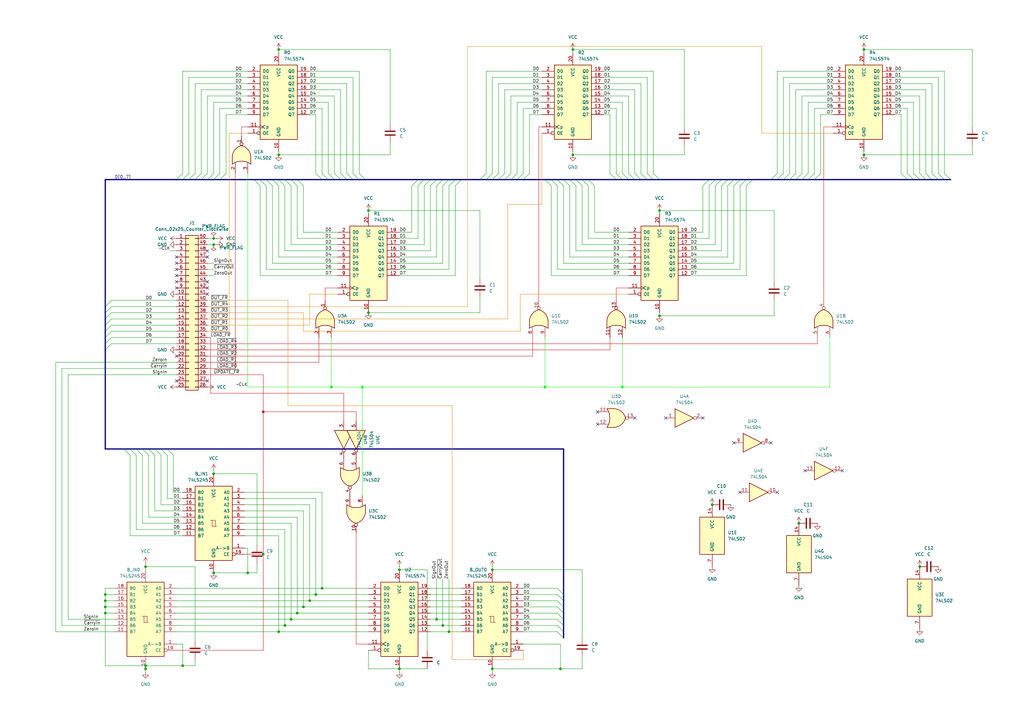
<source format=kicad_sch>
(kicad_sch (version 20250114) (generator "eeschema") (generator_version "9.0")
  (paper "A3")
  (junction (at 234.95 20.32))
  (junction (at 101.6 234.95))
  (junction (at 59.69 232.41))
  (junction (at 151.13 86.36))
  (junction (at 201.93 274.32))
  (junction (at 181.61 256.54))
  (junction (at 163.83 233.68))
  (junction (at 151.13 128.27))
  (junction (at 148.59 158.75) (color 0 255 0 1))
  (junction (at 107.95 168.91) (color 194 0 0 1))
  (junction (at 74.93 273.05))
  (junction (at 119.38 254))
  (junction (at 354.33 63.5))
  (junction (at 116.84 256.54))
  (junction (at 132.08 241.3))
  (junction (at 43.18 251.46))
  (junction (at 114.3 20.32))
  (junction (at 270.51 86.36))
  (junction (at 59.69 274.32))
  (junction (at 354.33 20.32))
  (junction (at 135.89 158.75) (color 0 255 0 1))
  (junction (at 327.66 214.63))
  (junction (at 129.54 243.84))
  (junction (at 114.3 259.08))
  (junction (at 229.87 274.32))
  (junction (at 87.63 97.79))
  (junction (at 124.46 248.92))
  (junction (at 270.51 129.54))
  (junction (at 292.1 207.01))
  (junction (at 43.18 243.84))
  (junction (at 87.63 100.33))
  (junction (at 87.63 234.95))
  (junction (at 127 246.38))
  (junction (at 234.95 63.5))
  (junction (at 179.07 254))
  (junction (at 255.27 158.75) (color 0 255 0 1))
  (junction (at 87.63 194.31))
  (junction (at 59.69 273.05))
  (junction (at 201.93 233.68))
  (junction (at 163.83 274.32))
  (junction (at 121.92 251.46))
  (junction (at 184.15 259.08))
  (junction (at 43.18 248.92))
  (junction (at 377.19 232.41))
  (junction (at 107.95 227.33))
  (junction (at 114.3 63.5))
  (junction (at 223.52 158.75) (color 0 255 0 1))
  (junction (at 43.18 246.38))
  (no_connect (at 72.39 105.41))
  (no_connect (at 72.39 118.11))
  (no_connect (at 72.39 146.05))
  (no_connect (at 85.09 105.41))
  (no_connect (at 273.05 171.45))
  (no_connect (at 245.11 168.91))
  (no_connect (at 72.39 115.57))
  (no_connect (at 72.39 107.95))
  (no_connect (at 245.11 173.99))
  (no_connect (at 72.39 110.49))
  (no_connect (at 85.09 102.87))
  (no_connect (at 316.23 181.61))
  (no_connect (at 303.53 201.93))
  (no_connect (at 288.29 171.45))
  (no_connect (at 85.09 115.57))
  (no_connect (at 318.77 201.93))
  (no_connect (at 85.09 156.21))
  (no_connect (at 330.2 193.04))
  (no_connect (at 85.09 120.65))
  (no_connect (at 345.44 193.04))
  (no_connect (at 72.39 113.03))
  (no_connect (at 85.09 118.11))
  (no_connect (at 300.99 181.61))
  (no_connect (at 260.35 171.45))
  (no_connect (at 72.39 156.21))
  (bus_entry (at 77.47 73.66) (size 2.54 -2.54))
  (bus_entry (at 121.92 73.66) (size 2.54 2.54))
  (bus_entry (at 236.22 73.66) (size 2.54 2.54))
  (bus_entry (at 144.78 71.12) (size 2.54 2.54))
  (bus_entry (at 80.01 73.66) (size 2.54 -2.54))
  (bus_entry (at 214.63 73.66) (size 2.54 -2.54))
  (bus_entry (at 43.18 133.35) (size 2.54 -2.54))
  (bus_entry (at 295.91 76.2) (size 2.54 -2.54))
  (bus_entry (at 228.6 243.84) (size 2.54 2.54))
  (bus_entry (at 50.8 184.15) (size 2.54 2.54))
  (bus_entry (at 53.34 184.15) (size 2.54 2.54))
  (bus_entry (at 43.18 135.89) (size 2.54 -2.54))
  (bus_entry (at 298.45 76.2) (size 2.54 -2.54))
  (bus_entry (at 147.32 71.12) (size 2.54 2.54))
  (bus_entry (at 106.68 73.66) (size 2.54 2.54))
  (bus_entry (at 369.57 71.12) (size 2.54 2.54))
  (bus_entry (at 132.08 71.12) (size 2.54 2.54))
  (bus_entry (at 58.42 184.15) (size 2.54 2.54))
  (bus_entry (at 326.39 73.66) (size 2.54 -2.54))
  (bus_entry (at 119.38 73.66) (size 2.54 2.54))
  (bus_entry (at 43.18 130.81) (size 2.54 -2.54))
  (bus_entry (at 204.47 73.66) (size 2.54 -2.54))
  (bus_entry (at 68.58 184.15) (size 2.54 2.54))
  (bus_entry (at 387.35 71.12) (size 2.54 2.54))
  (bus_entry (at 260.35 71.12) (size 2.54 2.54))
  (bus_entry (at 212.09 73.66) (size 2.54 -2.54))
  (bus_entry (at 209.55 73.66) (size 2.54 -2.54))
  (bus_entry (at 199.39 73.66) (size 2.54 -2.54))
  (bus_entry (at 114.3 73.66) (size 2.54 2.54))
  (bus_entry (at 116.84 73.66) (size 2.54 2.54))
  (bus_entry (at 228.6 241.3) (size 2.54 2.54))
  (bus_entry (at 109.22 73.66) (size 2.54 2.54))
  (bus_entry (at 60.96 184.15) (size 2.54 2.54))
  (bus_entry (at 303.53 76.2) (size 2.54 -2.54))
  (bus_entry (at 171.45 76.2) (size 2.54 -2.54))
  (bus_entry (at 267.97 71.12) (size 2.54 2.54))
  (bus_entry (at 228.6 248.92) (size 2.54 2.54))
  (bus_entry (at 377.19 71.12) (size 2.54 2.54))
  (bus_entry (at 66.04 184.15) (size 2.54 2.54))
  (bus_entry (at 207.01 73.66) (size 2.54 -2.54))
  (bus_entry (at 74.93 73.66) (size 2.54 -2.54))
  (bus_entry (at 233.68 73.66) (size 2.54 2.54))
  (bus_entry (at 300.99 76.2) (size 2.54 -2.54))
  (bus_entry (at 176.53 76.2) (size 2.54 -2.54))
  (bus_entry (at 181.61 76.2) (size 2.54 -2.54))
  (bus_entry (at 43.18 140.97) (size 2.54 -2.54))
  (bus_entry (at 72.39 73.66) (size 2.54 -2.54))
  (bus_entry (at 328.93 73.66) (size 2.54 -2.54))
  (bus_entry (at 43.18 143.51) (size 2.54 -2.54))
  (bus_entry (at 111.76 73.66) (size 2.54 2.54))
  (bus_entry (at 231.14 73.66) (size 2.54 2.54))
  (bus_entry (at 255.27 71.12) (size 2.54 2.54))
  (bus_entry (at 293.37 76.2) (size 2.54 -2.54))
  (bus_entry (at 382.27 71.12) (size 2.54 2.54))
  (bus_entry (at 228.6 259.08) (size 2.54 2.54))
  (bus_entry (at 306.07 76.2) (size 2.54 -2.54))
  (bus_entry (at 228.6 254) (size 2.54 2.54))
  (bus_entry (at 201.93 73.66) (size 2.54 -2.54))
  (bus_entry (at 223.52 73.66) (size 2.54 2.54))
  (bus_entry (at 290.83 76.2) (size 2.54 -2.54))
  (bus_entry (at 323.85 73.66) (size 2.54 -2.54))
  (bus_entry (at 43.18 125.73) (size 2.54 -2.54))
  (bus_entry (at 142.24 71.12) (size 2.54 2.54))
  (bus_entry (at 228.6 73.66) (size 2.54 2.54))
  (bus_entry (at 316.23 73.66) (size 2.54 -2.54))
  (bus_entry (at 85.09 73.66) (size 2.54 -2.54))
  (bus_entry (at 372.11 71.12) (size 2.54 2.54))
  (bus_entry (at 104.14 73.66) (size 2.54 2.54))
  (bus_entry (at 129.54 71.12) (size 2.54 2.54))
  (bus_entry (at 379.73 71.12) (size 2.54 2.54))
  (bus_entry (at 87.63 73.66) (size 2.54 -2.54))
  (bus_entry (at 139.7 71.12) (size 2.54 2.54))
  (bus_entry (at 321.31 73.66) (size 2.54 -2.54))
  (bus_entry (at 168.91 76.2) (size 2.54 -2.54))
  (bus_entry (at 241.3 73.66) (size 2.54 2.54))
  (bus_entry (at 82.55 73.66) (size 2.54 -2.54))
  (bus_entry (at 384.81 71.12) (size 2.54 2.54))
  (bus_entry (at 318.77 73.66) (size 2.54 -2.54))
  (bus_entry (at 186.69 76.2) (size 2.54 -2.54))
  (bus_entry (at 228.6 246.38) (size 2.54 2.54))
  (bus_entry (at 226.06 73.66) (size 2.54 2.54))
  (bus_entry (at 374.65 71.12) (size 2.54 2.54))
  (bus_entry (at 257.81 71.12) (size 2.54 2.54))
  (bus_entry (at 331.47 73.66) (size 2.54 -2.54))
  (bus_entry (at 137.16 71.12) (size 2.54 2.54))
  (bus_entry (at 238.76 73.66) (size 2.54 2.54))
  (bus_entry (at 196.85 73.66) (size 2.54 -2.54))
  (bus_entry (at 63.5 184.15) (size 2.54 2.54))
  (bus_entry (at 43.18 128.27) (size 2.54 -2.54))
  (bus_entry (at 228.6 256.54) (size 2.54 2.54))
  (bus_entry (at 228.6 251.46) (size 2.54 2.54))
  (bus_entry (at 262.89 71.12) (size 2.54 2.54))
  (bus_entry (at 179.07 76.2) (size 2.54 -2.54))
  (bus_entry (at 334.01 73.66) (size 2.54 -2.54))
  (bus_entry (at 43.18 138.43) (size 2.54 -2.54))
  (bus_entry (at 250.19 71.12) (size 2.54 2.54))
  (bus_entry (at 173.99 76.2) (size 2.54 -2.54))
  (bus_entry (at 55.88 184.15) (size 2.54 2.54))
  (bus_entry (at 184.15 76.2) (size 2.54 -2.54))
  (bus_entry (at 134.62 71.12) (size 2.54 2.54))
  (bus_entry (at 265.43 71.12) (size 2.54 2.54))
  (bus_entry (at 288.29 76.2) (size 2.54 -2.54))
  (bus_entry (at 252.73 71.12) (size 2.54 2.54))
  (bus_entry (at 90.17 73.66) (size 2.54 -2.54))
  (wire (pts (xy 87.63 71.12) (xy 87.63 41.91)))
  (wire (pts (xy 398.78 63.5) (xy 354.33 63.5)))
  (wire (pts (xy 151.13 86.36) (xy 196.85 86.36)))
  (wire (pts (xy 255.27 41.91) (xy 255.27 71.12)))
  (bus (pts (xy 114.3 73.66) (xy 116.84 73.66)) (stroke (width 0.508)))
  (wire (pts (xy 328.93 71.12) (xy 328.93 39.37)))
  (wire (pts (xy 300.99 107.95) (xy 283.21 107.95)))
  (bus (pts (xy 80.01 73.66) (xy 82.55 73.66)) (stroke (width 0.508)))
  (wire (pts (xy 303.53 110.49) (xy 283.21 110.49)))
  (bus (pts (xy 316.23 73.66) (xy 318.77 73.66)) (stroke (width 0.508)))
  (wire (pts (xy 236.22 102.87) (xy 257.81 102.87)))
  (wire (pts (xy 72.39 254) (xy 119.38 254)))
  (wire (pts (xy 46.99 246.38) (xy 43.18 246.38)))
  (bus (pts (xy 196.85 73.66) (xy 199.39 73.66)) (stroke (width 0.508)))
  (bus (pts (xy 43.18 138.43) (xy 43.18 140.97)) (stroke (width 0.508)))
  (bus (pts (xy 201.93 73.66) (xy 199.39 73.66)) (stroke (width 0.508)))
  (wire (pts (xy 85.09 146.05) (xy 218.44 146.05)) (stroke (width 0) (color 194 0 0 1)))
  (wire (pts (xy 127 246.38) (xy 151.13 246.38)))
  (wire (pts (xy 74.93 273.05) (xy 80.01 273.05)))
  (wire (pts (xy 127 39.37) (xy 137.16 39.37)))
  (wire (pts (xy 303.53 76.2) (xy 303.53 110.49)))
  (wire (pts (xy 367.03 36.83) (xy 379.73 36.83)))
  (wire (pts (xy 85.09 138.43) (xy 86.36 138.43)) (stroke (width 0) (color 194 0 0 1)))
  (wire (pts (xy 139.7 36.83) (xy 139.7 71.12)))
  (wire (pts (xy 179.07 254) (xy 189.23 254)))
  (wire (pts (xy 45.72 130.81) (xy 72.39 130.81)))
  (wire (pts (xy 176.53 259.08) (xy 184.15 259.08)))
  (wire (pts (xy 133.35 118.11) (xy 133.35 123.19)) (stroke (width 0) (color 194 0 0 1)))
  (wire (pts (xy 321.31 31.75) (xy 341.63 31.75)))
  (bus (pts (xy 43.18 130.81) (xy 43.18 133.35)) (stroke (width 0.508)))
  (bus (pts (xy 43.18 184.15) (xy 50.8 184.15)) (stroke (width 0.508)))
  (wire (pts (xy 105.41 223.52) (xy 105.41 194.31)))
  (wire (pts (xy 58.42 214.63) (xy 74.93 214.63)))
  (wire (pts (xy 86.36 161.29) (xy 140.97 161.29)) (stroke (width 0) (color 194 0 0 1)))
  (wire (pts (xy 127 29.21) (xy 147.32 29.21)))
  (wire (pts (xy 90.17 71.12) (xy 90.17 44.45)))
  (wire (pts (xy 252.73 44.45) (xy 252.73 71.12)))
  (bus (pts (xy 43.18 133.35) (xy 43.18 135.89)) (stroke (width 0.508)))
  (bus (pts (xy 43.18 73.66) (xy 72.39 73.66)) (stroke (width 0.508)))
  (wire (pts (xy 163.83 274.32) (xy 175.26 274.32)))
  (wire (pts (xy 222.25 83.82) (xy 222.25 54.61)) (stroke (width 0) (color 221 133 0 1)))
  (wire (pts (xy 63.5 186.69) (xy 63.5 209.55)))
  (wire (pts (xy 66.04 207.01) (xy 74.93 207.01)))
  (wire (pts (xy 168.91 95.25) (xy 163.83 95.25)))
  (wire (pts (xy 288.29 95.25) (xy 283.21 95.25)))
  (wire (pts (xy 85.09 140.97) (xy 335.28 140.97)) (stroke (width 0) (color 194 0 0 1)))
  (bus (pts (xy 201.93 73.66) (xy 204.47 73.66)) (stroke (width 0.508)))
  (wire (pts (xy 252.73 118.11) (xy 252.73 123.19)) (stroke (width 0) (color 194 0 0 1)))
  (wire (pts (xy 119.38 76.2) (xy 119.38 100.33)))
  (wire (pts (xy 148.59 158.75) (xy 223.52 158.75)) (stroke (width 0) (color 0 255 0 1)))
  (bus (pts (xy 300.99 73.66) (xy 303.53 73.66)) (stroke (width 0.508)))
  (wire (pts (xy 45.72 133.35) (xy 72.39 133.35)))
  (wire (pts (xy 101.6 71.12) (xy 101.6 158.75)) (stroke (width 0) (color 0 255 0 1)))
  (bus (pts (xy 384.81 73.66) (xy 387.35 73.66)) (stroke (width 0.508)))
  (wire (pts (xy 121.92 251.46) (xy 151.13 251.46)))
  (bus (pts (xy 241.3 73.66) (xy 252.73 73.66)) (stroke (width 0.508)))
  (wire (pts (xy 80.01 273.05) (xy 80.01 270.51)))
  (wire (pts (xy 46.99 248.92) (xy 43.18 248.92)))
  (wire (pts (xy 72.39 246.38) (xy 127 246.38)))
  (bus (pts (xy 228.6 73.66) (xy 231.14 73.66)) (stroke (width 0.508)))
  (wire (pts (xy 114.3 62.23) (xy 114.3 63.5)))
  (wire (pts (xy 146.05 218.44) (xy 146.05 264.16)) (stroke (width 0) (color 194 0 0 1)))
  (wire (pts (xy 398.78 20.32) (xy 398.78 52.07)))
  (wire (pts (xy 45.72 135.89) (xy 72.39 135.89)))
  (bus (pts (xy 43.18 125.73) (xy 43.18 128.27)) (stroke (width 0.508)))
  (bus (pts (xy 87.63 73.66) (xy 90.17 73.66)) (stroke (width 0.508)))
  (wire (pts (xy 199.39 29.21) (xy 222.25 29.21)))
  (bus (pts (xy 142.24 73.66) (xy 144.78 73.66)) (stroke (width 0.508)))
  (wire (pts (xy 151.13 274.32) (xy 163.83 274.32)))
  (wire (pts (xy 46.99 241.3) (xy 43.18 241.3)))
  (wire (pts (xy 55.88 217.17) (xy 74.93 217.17)))
  (wire (pts (xy 140.97 161.29) (xy 140.97 172.72)) (stroke (width 0) (color 194 0 0 1)))
  (wire (pts (xy 265.43 31.75) (xy 265.43 71.12)))
  (wire (pts (xy 82.55 36.83) (xy 101.6 36.83)))
  (bus (pts (xy 171.45 73.66) (xy 173.99 73.66)) (stroke (width 0.508)))
  (wire (pts (xy 63.5 209.55) (xy 74.93 209.55)))
  (wire (pts (xy 132.08 44.45) (xy 132.08 71.12)))
  (wire (pts (xy 243.84 95.25) (xy 257.81 95.25)))
  (wire (pts (xy 127 36.83) (xy 139.7 36.83)))
  (wire (pts (xy 374.65 41.91) (xy 374.65 71.12)))
  (wire (pts (xy 105.41 194.31) (xy 87.63 194.31)))
  (wire (pts (xy 129.54 243.84) (xy 151.13 243.84)))
  (bus (pts (xy 326.39 73.66) (xy 328.93 73.66)) (stroke (width 0.508)))
  (bus (pts (xy 231.14 251.46) (xy 231.14 254)) (stroke (width 0.508)))
  (wire (pts (xy 280.67 63.5) (xy 280.67 59.69)))
  (bus (pts (xy 77.47 73.66) (xy 80.01 73.66)) (stroke (width 0.508)))
  (wire (pts (xy 247.65 36.83) (xy 260.35 36.83)))
  (wire (pts (xy 45.72 138.43) (xy 72.39 138.43)))
  (wire (pts (xy 238.76 274.32) (xy 229.87 274.32)))
  (wire (pts (xy 93.98 54.61) (xy 101.6 54.61)) (stroke (width 0) (color 221 133 0 1)))
  (wire (pts (xy 186.69 113.03) (xy 163.83 113.03)))
  (wire (pts (xy 116.84 102.87) (xy 138.43 102.87)))
  (wire (pts (xy 72.39 259.08) (xy 114.3 259.08)))
  (wire (pts (xy 318.77 71.12) (xy 318.77 29.21)))
  (wire (pts (xy 127 34.29) (xy 142.24 34.29)))
  (wire (pts (xy 336.55 46.99) (xy 341.63 46.99)))
  (wire (pts (xy 312.42 19.05) (xy 312.42 54.61)) (stroke (width 0) (color 221 133 0 1)))
  (wire (pts (xy 127 207.01) (xy 127 246.38)))
  (wire (pts (xy 228.6 76.2) (xy 228.6 110.49)))
  (bus (pts (xy 377.19 73.66) (xy 379.73 73.66)) (stroke (width 0.508)))
  (wire (pts (xy 280.67 52.07) (xy 280.67 20.32)))
  (wire (pts (xy 85.09 130.81) (xy 208.28 130.81)) (stroke (width 0) (color 221 133 0 1)))
  (wire (pts (xy 146.05 264.16) (xy 151.13 264.16)) (stroke (width 0) (color 194 0 0 1)))
  (bus (pts (xy 212.09 73.66) (xy 214.63 73.66)) (stroke (width 0.508)))
  (wire (pts (xy 127 44.45) (xy 132.08 44.45)))
  (wire (pts (xy 72.39 241.3) (xy 132.08 241.3)))
  (wire (pts (xy 250.19 143.51) (xy 250.19 138.43)) (stroke (width 0) (color 194 0 0 1)))
  (wire (pts (xy 114.3 20.32) (xy 114.3 21.59)))
  (wire (pts (xy 43.18 251.46) (xy 43.18 273.05)))
  (wire (pts (xy 151.13 266.7) (xy 151.13 274.32)))
  (wire (pts (xy 181.61 107.95) (xy 163.83 107.95)))
  (wire (pts (xy 199.39 71.12) (xy 199.39 29.21)))
  (wire (pts (xy 257.81 118.11) (xy 252.73 118.11)) (stroke (width 0) (color 194 0 0 1)))
  (bus (pts (xy 116.84 73.66) (xy 119.38 73.66)) (stroke (width 0.508)))
  (wire (pts (xy 77.47 31.75) (xy 101.6 31.75)))
  (wire (pts (xy 241.3 76.2) (xy 241.3 97.79)))
  (wire (pts (xy 85.09 39.37) (xy 101.6 39.37)))
  (wire (pts (xy 290.83 76.2) (xy 290.83 97.79)))
  (bus (pts (xy 214.63 73.66) (xy 223.52 73.66)) (stroke (width 0.508)))
  (wire (pts (xy 298.45 105.41) (xy 283.21 105.41)))
  (wire (pts (xy 99.06 52.07) (xy 99.06 55.88)) (stroke (width 0) (color 194 0 0 1)))
  (bus (pts (xy 231.14 243.84) (xy 231.14 246.38)) (stroke (width 0.508)))
  (wire (pts (xy 43.18 273.05) (xy 59.69 273.05)))
  (wire (pts (xy 74.93 71.12) (xy 74.93 29.21)))
  (wire (pts (xy 45.72 140.97) (xy 72.39 140.97)))
  (wire (pts (xy 255.27 158.75) (xy 340.36 158.75)) (stroke (width 0) (color 0 255 0 1)))
  (wire (pts (xy 87.63 97.79) (xy 85.09 97.79)))
  (wire (pts (xy 87.63 100.33) (xy 85.09 100.33)))
  (wire (pts (xy 318.77 29.21) (xy 341.63 29.21)))
  (wire (pts (xy 163.83 232.41) (xy 163.83 233.68)))
  (wire (pts (xy 306.07 113.03) (xy 283.21 113.03)))
  (wire (pts (xy 59.69 274.32) (xy 59.69 273.05)))
  (wire (pts (xy 45.72 128.27) (xy 72.39 128.27)))
  (bus (pts (xy 233.68 73.66) (xy 236.22 73.66)) (stroke (width 0.508)))
  (wire (pts (xy 201.93 274.32) (xy 201.93 275.59)))
  (wire (pts (xy 323.85 71.12) (xy 323.85 34.29)))
  (wire (pts (xy 191.77 19.05) (xy 312.42 19.05)) (stroke (width 0) (color 221 133 0 1)))
  (wire (pts (xy 135.89 158.75) (xy 135.89 138.43)) (stroke (width 0) (color 0 255 0 1)))
  (wire (pts (xy 100.33 209.55) (xy 124.46 209.55)))
  (bus (pts (xy 60.96 184.15) (xy 63.5 184.15)) (stroke (width 0.508)))
  (bus (pts (xy 74.93 73.66) (xy 77.47 73.66)) (stroke (width 0.508)))
  (wire (pts (xy 144.78 31.75) (xy 144.78 71.12)))
  (wire (pts (xy 201.93 232.41) (xy 201.93 233.68)))
  (bus (pts (xy 267.97 73.66) (xy 270.51 73.66)) (stroke (width 0.508)))
  (bus (pts (xy 121.92 73.66) (xy 132.08 73.66)) (stroke (width 0.508)))
  (wire (pts (xy 336.55 71.12) (xy 336.55 46.99)))
  (bus (pts (xy 295.91 73.66) (xy 298.45 73.66)) (stroke (width 0.508)))
  (wire (pts (xy 367.03 31.75) (xy 384.81 31.75)))
  (wire (pts (xy 72.39 248.92) (xy 124.46 248.92)))
  (bus (pts (xy 173.99 73.66) (xy 176.53 73.66)) (stroke (width 0.508)))
  (wire (pts (xy 148.59 158.75) (xy 148.59 203.2)) (stroke (width 0) (color 0 255 0 1)))
  (wire (pts (xy 27.94 254) (xy 27.94 153.67)))
  (wire (pts (xy 85.09 151.13) (xy 96.52 151.13)) (stroke (width 0) (color 194 0 0 1)))
  (bus (pts (xy 257.81 73.66) (xy 260.35 73.66)) (stroke (width 0.508)))
  (wire (pts (xy 290.83 97.79) (xy 283.21 97.79)))
  (wire (pts (xy 212.09 41.91) (xy 222.25 41.91)))
  (wire (pts (xy 146.05 168.91) (xy 146.05 172.72)) (stroke (width 0) (color 194 0 0 1)))
  (wire (pts (xy 354.33 62.23) (xy 354.33 63.5)))
  (wire (pts (xy 367.03 44.45) (xy 372.11 44.45)))
  (wire (pts (xy 124.46 128.27) (xy 124.46 135.89)) (stroke (width 0) (color 221 133 0 1)))
  (bus (pts (xy 209.55 73.66) (xy 212.09 73.66)) (stroke (width 0.508)))
  (wire (pts (xy 127 133.35) (xy 127 120.65)) (stroke (width 0) (color 221 133 0 1)))
  (wire (pts (xy 106.68 113.03) (xy 138.43 113.03)))
  (bus (pts (xy 255.27 73.66) (xy 257.81 73.66)) (stroke (width 0.508)))
  (wire (pts (xy 72.39 264.16) (xy 74.93 264.16)))
  (wire (pts (xy 129.54 46.99) (xy 129.54 71.12)))
  (wire (pts (xy 59.69 273.05) (xy 74.93 273.05)))
  (wire (pts (xy 220.98 123.19) (xy 220.98 52.07)) (stroke (width 0) (color 194 0 0 1)))
  (wire (pts (xy 295.91 76.2) (xy 295.91 102.87)))
  (wire (pts (xy 72.39 251.46) (xy 121.92 251.46)))
  (wire (pts (xy 238.76 100.33) (xy 257.81 100.33)))
  (bus (pts (xy 308.61 73.66) (xy 316.23 73.66)) (stroke (width 0.508)))
  (wire (pts (xy 387.35 29.21) (xy 387.35 71.12)))
  (bus (pts (xy 318.77 73.66) (xy 321.31 73.66)) (stroke (width 0.508)))
  (wire (pts (xy 298.45 76.2) (xy 298.45 105.41)))
  (wire (pts (xy 257.81 39.37) (xy 257.81 71.12)))
  (bus (pts (xy 236.22 73.66) (xy 238.76 73.66)) (stroke (width 0.508)))
  (bus (pts (xy 231.14 259.08) (xy 231.14 261.62)) (stroke (width 0.508)))
  (wire (pts (xy 369.57 46.99) (xy 369.57 71.12)))
  (wire (pts (xy 22.86 148.59) (xy 22.86 259.08)))
  (wire (pts (xy 175.26 266.7) (xy 175.26 233.68)))
  (wire (pts (xy 114.3 63.5) (xy 160.02 63.5)))
  (wire (pts (xy 134.62 41.91) (xy 134.62 71.12)))
  (wire (pts (xy 168.91 76.2) (xy 168.91 95.25)))
  (wire (pts (xy 92.71 46.99) (xy 101.6 46.99)))
  (wire (pts (xy 25.4 151.13) (xy 25.4 256.54)))
  (wire (pts (xy 121.92 212.09) (xy 121.92 251.46)))
  (wire (pts (xy 114.3 219.71) (xy 114.3 259.08)))
  (wire (pts (xy 93.98 135.89) (xy 93.98 54.61)) (stroke (width 0) (color 221 133 0 1)))
  (wire (pts (xy 214.63 44.45) (xy 222.25 44.45)))
  (wire (pts (xy 124.46 95.25) (xy 138.43 95.25)))
  (wire (pts (xy 241.3 97.79) (xy 257.81 97.79)))
  (bus (pts (xy 181.61 73.66) (xy 184.15 73.66)) (stroke (width 0.508)))
  (wire (pts (xy 247.65 31.75) (xy 265.43 31.75)))
  (wire (pts (xy 367.03 39.37) (xy 377.19 39.37)))
  (wire (pts (xy 295.91 102.87) (xy 283.21 102.87)))
  (wire (pts (xy 340.36 158.75) (xy 340.36 138.43)) (stroke (width 0) (color 0 255 0 1)))
  (wire (pts (xy 226.06 113.03) (xy 257.81 113.03)))
  (bus (pts (xy 43.18 143.51) (xy 43.18 184.15)) (stroke (width 0.508)))
  (wire (pts (xy 382.27 34.29) (xy 382.27 71.12)))
  (bus (pts (xy 50.8 184.15) (xy 53.34 184.15)) (stroke (width 0.508)))
  (bus (pts (xy 231.14 246.38) (xy 231.14 248.92)) (stroke (width 0.508)))
  (wire (pts (xy 43.18 246.38) (xy 43.18 248.92)))
  (wire (pts (xy 151.13 128.27) (xy 151.13 129.54)))
  (wire (pts (xy 27.94 153.67) (xy 72.39 153.67)))
  (wire (pts (xy 72.39 148.59) (xy 22.86 148.59)))
  (wire (pts (xy 88.9 97.79) (xy 87.63 97.79)))
  (wire (pts (xy 85.09 148.59) (xy 130.81 148.59)) (stroke (width 0) (color 194 0 0 1)))
  (bus (pts (xy 265.43 73.66) (xy 267.97 73.66)) (stroke (width 0.508)))
  (wire (pts (xy 68.58 186.69) (xy 68.58 204.47)))
  (wire (pts (xy 111.76 107.95) (xy 138.43 107.95)))
  (wire (pts (xy 96.52 151.13) (xy 96.52 71.12)) (stroke (width 0) (color 194 0 0 1)))
  (wire (pts (xy 59.69 233.68) (xy 59.69 232.41)))
  (wire (pts (xy 135.89 158.75) (xy 148.59 158.75)) (stroke (width 0) (color 0 255 0 1)))
  (wire (pts (xy 74.93 29.21) (xy 101.6 29.21)))
  (wire (pts (xy 160.02 20.32) (xy 114.3 20.32)))
  (wire (pts (xy 255.27 158.75) (xy 255.27 138.43)) (stroke (width 0) (color 0 255 0 1)))
  (wire (pts (xy 116.84 256.54) (xy 151.13 256.54)))
  (wire (pts (xy 247.65 34.29) (xy 262.89 34.29)))
  (wire (pts (xy 220.98 52.07) (xy 222.25 52.07)) (stroke (width 0) (color 194 0 0 1)))
  (wire (pts (xy 119.38 100.33) (xy 138.43 100.33)))
  (wire (pts (xy 367.03 34.29) (xy 382.27 34.29)))
  (wire (pts (xy 43.18 241.3) (xy 43.18 243.84)))
  (wire (pts (xy 238.76 76.2) (xy 238.76 100.33)))
  (bus (pts (xy 137.16 73.66) (xy 139.7 73.66)) (stroke (width 0.508)))
  (wire (pts (xy 226.06 76.2) (xy 226.06 113.03)))
  (wire (pts (xy 334.01 44.45) (xy 341.63 44.45)))
  (wire (pts (xy 247.65 41.91) (xy 255.27 41.91)))
  (wire (pts (xy 214.63 246.38) (xy 228.6 246.38)))
  (wire (pts (xy 184.15 259.08) (xy 189.23 259.08)))
  (wire (pts (xy 92.71 71.12) (xy 92.71 46.99)))
  (wire (pts (xy 176.53 76.2) (xy 176.53 102.87)))
  (wire (pts (xy 69.85 102.87) (xy 72.39 102.87)))
  (wire (pts (xy 85.09 143.51) (xy 250.19 143.51)) (stroke (width 0) (color 194 0 0 1)))
  (wire (pts (xy 317.5 129.54) (xy 317.5 123.19)))
  (wire (pts (xy 233.68 105.41) (xy 257.81 105.41)))
  (wire (pts (xy 367.03 29.21) (xy 387.35 29.21)))
  (bus (pts (xy 270.51 73.66) (xy 290.83 73.66)) (stroke (width 0.508)))
  (bus (pts (xy 189.23 73.66) (xy 196.85 73.66)) (stroke (width 0.508)))
  (wire (pts (xy 100.33 227.33) (xy 107.95 227.33)) (stroke (width 0) (color 194 0 0 1)))
  (wire (pts (xy 85.09 128.27) (xy 124.46 128.27)) (stroke (width 0) (color 221 133 0 1)))
  (wire (pts (xy 124.46 76.2) (xy 124.46 95.25)))
  (bus (pts (xy 119.38 73.66) (xy 121.92 73.66)) (stroke (width 0.508)))
  (wire (pts (xy 142.24 34.29) (xy 142.24 71.12)))
  (wire (pts (xy 100.33 217.17) (xy 116.84 217.17)))
  (wire (pts (xy 331.47 41.91) (xy 341.63 41.91)))
  (wire (pts (xy 209.55 71.12) (xy 209.55 39.37)))
  (wire (pts (xy 176.53 246.38) (xy 189.23 246.38)))
  (bus (pts (xy 226.06 73.66) (xy 228.6 73.66)) (stroke (width 0.508)))
  (bus (pts (xy 53.34 184.15) (xy 55.88 184.15)) (stroke (width 0.508)))
  (wire (pts (xy 171.45 76.2) (xy 171.45 97.79)))
  (wire (pts (xy 68.58 204.47) (xy 74.93 204.47)))
  (wire (pts (xy 124.46 135.89) (xy 213.36 135.89)) (stroke (width 0) (color 221 133 0 1)))
  (wire (pts (xy 379.73 36.83) (xy 379.73 71.12)))
  (wire (pts (xy 72.39 151.13) (xy 25.4 151.13)))
  (wire (pts (xy 71.12 186.69) (xy 71.12 201.93)))
  (bus (pts (xy 43.18 73.66) (xy 43.18 125.73)) (stroke (width 0.508)))
  (wire (pts (xy 176.53 241.3) (xy 189.23 241.3)))
  (wire (pts (xy 88.9 100.33) (xy 87.63 100.33)))
  (wire (pts (xy 116.84 76.2) (xy 116.84 102.87)))
  (wire (pts (xy 53.34 219.71) (xy 74.93 219.71)))
  (wire (pts (xy 213.36 135.89) (xy 213.36 120.65)) (stroke (width 0) (color 221 133 0 1)))
  (bus (pts (xy 226.06 73.66) (xy 223.52 73.66)) (stroke (width 0.508)))
  (wire (pts (xy 218.44 146.05) (xy 218.44 138.43)) (stroke (width 0) (color 194 0 0 1)))
  (wire (pts (xy 171.45 97.79) (xy 163.83 97.79)))
  (wire (pts (xy 101.6 224.79) (xy 101.6 234.95)))
  (wire (pts (xy 214.63 71.12) (xy 214.63 44.45)))
  (wire (pts (xy 43.18 243.84) (xy 43.18 246.38)))
  (bus (pts (xy 204.47 73.66) (xy 207.01 73.66)) (stroke (width 0.508)))
  (wire (pts (xy 85.09 133.35) (xy 127 133.35)) (stroke (width 0) (color 221 133 0 1)))
  (wire (pts (xy 214.63 264.16) (xy 229.87 264.16)))
  (wire (pts (xy 196.85 121.92) (xy 196.85 128.27)))
  (wire (pts (xy 212.09 71.12) (xy 212.09 41.91)))
  (bus (pts (xy 139.7 73.66) (xy 142.24 73.66)) (stroke (width 0.508)))
  (wire (pts (xy 326.39 36.83) (xy 341.63 36.83)))
  (wire (pts (xy 186.69 76.2) (xy 186.69 113.03)))
  (wire (pts (xy 107.95 266.7) (xy 72.39 266.7)) (stroke (width 0) (color 194 0 0 1)))
  (wire (pts (xy 270.51 86.36) (xy 270.51 87.63)))
  (bus (pts (xy 82.55 73.66) (xy 85.09 73.66)) (stroke (width 0.508)))
  (wire (pts (xy 184.15 110.49) (xy 163.83 110.49)))
  (wire (pts (xy 46.99 243.84) (xy 43.18 243.84)))
  (wire (pts (xy 59.69 231.14) (xy 59.69 232.41)))
  (wire (pts (xy 58.42 186.69) (xy 58.42 214.63)))
  (bus (pts (xy 72.39 73.66) (xy 74.93 73.66)) (stroke (width 0.508)))
  (wire (pts (xy 321.31 71.12) (xy 321.31 31.75)))
  (wire (pts (xy 55.88 186.69) (xy 55.88 217.17)))
  (wire (pts (xy 181.61 237.49) (xy 181.61 256.54)))
  (wire (pts (xy 354.33 20.32) (xy 354.33 21.59)))
  (wire (pts (xy 80.01 262.89) (xy 80.01 232.41)))
  (wire (pts (xy 377.19 39.37) (xy 377.19 71.12)))
  (wire (pts (xy 175.26 233.68) (xy 163.83 233.68)))
  (wire (pts (xy 176.53 251.46) (xy 189.23 251.46)))
  (bus (pts (xy 43.18 128.27) (xy 43.18 130.81)) (stroke (width 0.508)))
  (wire (pts (xy 243.84 76.2) (xy 243.84 95.25)))
  (bus (pts (xy 186.69 73.66) (xy 189.23 73.66)) (stroke (width 0.508)))
  (wire (pts (xy 124.46 209.55) (xy 124.46 248.92)))
  (bus (pts (xy 55.88 184.15) (xy 58.42 184.15)) (stroke (width 0.508)))
  (bus (pts (xy 265.43 73.66) (xy 262.89 73.66)) (stroke (width 0.508)))
  (wire (pts (xy 99.06 52.07) (xy 101.6 52.07)) (stroke (width 0) (color 194 0 0 1)))
  (wire (pts (xy 100.33 224.79) (xy 101.6 224.79)))
  (wire (pts (xy 384.81 31.75) (xy 384.81 71.12)))
  (wire (pts (xy 201.93 274.32) (xy 229.87 274.32)))
  (wire (pts (xy 217.17 71.12) (xy 217.17 46.99)))
  (wire (pts (xy 260.35 36.83) (xy 260.35 71.12)))
  (wire (pts (xy 121.92 97.79) (xy 138.43 97.79)))
  (bus (pts (xy 334.01 73.66) (xy 372.11 73.66)) (stroke (width 0.508)))
  (wire (pts (xy 293.37 100.33) (xy 283.21 100.33)))
  (wire (pts (xy 151.13 86.36) (xy 151.13 87.63)))
  (wire (pts (xy 179.07 76.2) (xy 179.07 105.41)))
  (wire (pts (xy 179.07 237.49) (xy 179.07 254)))
  (wire (pts (xy 214.63 270.51) (xy 214.63 266.7)) (stroke (width 0) (color 221 133 0 1)))
  (bus (pts (xy 374.65 73.66) (xy 377.19 73.66)) (stroke (width 0.508)))
  (wire (pts (xy 208.28 83.82) (xy 222.25 83.82)) (stroke (width 0) (color 221 133 0 1)))
  (bus (pts (xy 379.73 73.66) (xy 382.27 73.66)) (stroke (width 0.508)))
  (wire (pts (xy 85.09 135.89) (xy 93.98 135.89)) (stroke (width 0) (color 221 133 0 1)))
  (wire (pts (xy 214.63 259.08) (xy 228.6 259.08)))
  (wire (pts (xy 85.09 71.12) (xy 85.09 39.37)))
  (wire (pts (xy 130.81 148.59) (xy 130.81 138.43)) (stroke (width 0) (color 194 0 0 1)))
  (wire (pts (xy 124.46 248.92) (xy 151.13 248.92)))
  (wire (pts (xy 184.15 237.49) (xy 184.15 259.08)))
  (wire (pts (xy 138.43 118.11) (xy 133.35 118.11)) (stroke (width 0) (color 194 0 0 1)))
  (wire (pts (xy 217.17 46.99) (xy 222.25 46.99)))
  (bus (pts (xy 132.08 73.66) (xy 134.62 73.66)) (stroke (width 0.508)))
  (bus (pts (xy 179.07 73.66) (xy 181.61 73.66)) (stroke (width 0.508)))
  (wire (pts (xy 280.67 20.32) (xy 234.95 20.32)))
  (wire (pts (xy 71.12 201.93) (xy 74.93 201.93)))
  (wire (pts (xy 337.82 52.07) (xy 337.82 123.19)) (stroke (width 0) (color 194 0 0 1)))
  (bus (pts (xy 66.04 184.15) (xy 68.58 184.15)) (stroke (width 0.508)))
  (wire (pts (xy 331.47 71.12) (xy 331.47 41.91)))
  (wire (pts (xy 151.13 128.27) (xy 196.85 128.27)))
  (wire (pts (xy 87.63 234.95) (xy 101.6 234.95)))
  (bus (pts (xy 382.27 73.66) (xy 384.81 73.66)) (stroke (width 0.508)))
  (wire (pts (xy 114.3 259.08) (xy 151.13 259.08)))
  (wire (pts (xy 116.84 217.17) (xy 116.84 256.54)))
  (wire (pts (xy 105.41 234.95) (xy 105.41 231.14)))
  (wire (pts (xy 214.63 243.84) (xy 228.6 243.84)))
  (wire (pts (xy 288.29 76.2) (xy 288.29 95.25)))
  (wire (pts (xy 267.97 29.21) (xy 267.97 71.12)))
  (wire (pts (xy 207.01 36.83) (xy 222.25 36.83)))
  (wire (pts (xy 100.33 207.01) (xy 127 207.01)))
  (wire (pts (xy 127 31.75) (xy 144.78 31.75)))
  (wire (pts (xy 119.38 214.63) (xy 119.38 254)))
  (wire (pts (xy 223.52 158.75) (xy 255.27 158.75)) (stroke (width 0) (color 0 255 0 1)))
  (wire (pts (xy 234.95 63.5) (xy 280.67 63.5)))
  (wire (pts (xy 90.17 44.45) (xy 101.6 44.45)))
  (wire (pts (xy 334.01 71.12) (xy 334.01 44.45)))
  (wire (pts (xy 114.3 76.2) (xy 114.3 105.41)))
  (wire (pts (xy 173.99 76.2) (xy 173.99 100.33)))
  (wire (pts (xy 87.63 113.03) (xy 85.09 113.03)))
  (wire (pts (xy 201.93 31.75) (xy 222.25 31.75)))
  (wire (pts (xy 213.36 120.65) (xy 257.81 120.65)) (stroke (width 0) (color 221 133 0 1)))
  (bus (pts (xy 90.17 73.66) (xy 104.14 73.66)) (stroke (width 0.508)))
  (bus (pts (xy 306.07 73.66) (xy 308.61 73.66)) (stroke (width 0.508)))
  (wire (pts (xy 87.63 110.49) (xy 85.09 110.49)))
  (wire (pts (xy 118.11 166.37) (xy 185.42 166.37)) (stroke (width 0) (color 221 133 0 1)))
  (wire (pts (xy 270.51 129.54) (xy 317.5 129.54)))
  (wire (pts (xy 163.83 274.32) (xy 163.83 275.59)))
  (wire (pts (xy 107.95 168.91) (xy 107.95 227.33)) (stroke (width 0) (color 194 0 0 1)))
  (bus (pts (xy 387.35 73.66) (xy 389.89 73.66)) (stroke (width 0.508)))
  (wire (pts (xy 59.69 274.32) (xy 59.69 275.59)))
  (wire (pts (xy 270.51 128.27) (xy 270.51 129.54)))
  (wire (pts (xy 317.5 86.36) (xy 317.5 115.57)))
  (wire (pts (xy 74.93 264.16) (xy 74.93 273.05)))
  (wire (pts (xy 87.63 193.04) (xy 87.63 194.31)))
  (wire (pts (xy 100.33 204.47) (xy 129.54 204.47)))
  (wire (pts (xy 100.33 212.09) (xy 121.92 212.09)))
  (wire (pts (xy 60.96 212.09) (xy 74.93 212.09)))
  (wire (pts (xy 176.53 248.92) (xy 189.23 248.92)))
  (wire (pts (xy 228.6 110.49) (xy 257.81 110.49)))
  (wire (pts (xy 137.16 39.37) (xy 137.16 71.12)))
  (wire (pts (xy 77.47 71.12) (xy 77.47 31.75)))
  (wire (pts (xy 328.93 39.37) (xy 341.63 39.37)))
  (wire (pts (xy 106.68 76.2) (xy 106.68 113.03)))
  (wire (pts (xy 118.11 123.19) (xy 118.11 166.37)) (stroke (width 0) (color 221 133 0 1)))
  (wire (pts (xy 367.03 41.91) (xy 374.65 41.91)))
  (bus (pts (xy 293.37 73.66) (xy 295.91 73.66)) (stroke (width 0.508)))
  (wire (pts (xy 181.61 256.54) (xy 189.23 256.54)))
  (wire (pts (xy 247.65 46.99) (xy 250.19 46.99)))
  (wire (pts (xy 372.11 44.45) (xy 372.11 71.12)))
  (wire (pts (xy 160.02 50.8) (xy 160.02 20.32)))
  (wire (pts (xy 312.42 54.61) (xy 341.63 54.61)) (stroke (width 0) (color 221 133 0 1)))
  (bus (pts (xy 321.31 73.66) (xy 323.85 73.66)) (stroke (width 0.508)))
  (wire (pts (xy 306.07 76.2) (xy 306.07 113.03)))
  (wire (pts (xy 185.42 270.51) (xy 214.63 270.51)) (stroke (width 0) (color 221 133 0 1)))
  (wire (pts (xy 238.76 233.68) (xy 201.93 233.68)))
  (bus (pts (xy 63.5 184.15) (xy 66.04 184.15)) (stroke (width 0.508)))
  (wire (pts (xy 101.6 234.95) (xy 105.41 234.95)))
  (bus (pts (xy 207.01 73.66) (xy 209.55 73.66)) (stroke (width 0.508)))
  (wire (pts (xy 223.52 158.75) (xy 223.52 138.43)) (stroke (width 0) (color 0 255 0 1)))
  (wire (pts (xy 80.01 232.41) (xy 59.69 232.41)))
  (wire (pts (xy 207.01 71.12) (xy 207.01 36.83)))
  (wire (pts (xy 114.3 105.41) (xy 138.43 105.41)))
  (wire (pts (xy 80.01 34.29) (xy 101.6 34.29)))
  (wire (pts (xy 341.63 52.07) (xy 337.82 52.07)) (stroke (width 0) (color 194 0 0 1)))
  (wire (pts (xy 367.03 46.99) (xy 369.57 46.99)))
  (wire (pts (xy 214.63 251.46) (xy 228.6 251.46)))
  (bus (pts (xy 109.22 73.66) (xy 111.76 73.66)) (stroke (width 0.508)))
  (wire (pts (xy 127 46.99) (xy 129.54 46.99)))
  (bus (pts (xy 303.53 73.66) (xy 306.07 73.66)) (stroke (width 0.508)))
  (wire (pts (xy 204.47 34.29) (xy 222.25 34.29)))
  (bus (pts (xy 331.47 73.66) (xy 334.01 73.66)) (stroke (width 0.508)))
  (bus (pts (xy 231.14 256.54) (xy 231.14 259.08)) (stroke (width 0.508)))
  (wire (pts (xy 72.39 243.84) (xy 129.54 243.84)))
  (bus (pts (xy 241.3 73.66) (xy 238.76 73.66)) (stroke (width 0.508)))
  (wire (pts (xy 234.95 20.32) (xy 234.95 21.59)))
  (wire (pts (xy 238.76 274.32) (xy 238.76 269.24)))
  (wire (pts (xy 196.85 86.36) (xy 196.85 114.3)))
  (wire (pts (xy 398.78 59.69) (xy 398.78 63.5)))
  (wire (pts (xy 85.09 125.73) (xy 191.77 125.73)) (stroke (width 0) (color 221 133 0 1)))
  (wire (pts (xy 101.6 158.75) (xy 135.89 158.75)) (stroke (width 0) (color 0 255 0 1)))
  (wire (pts (xy 100.33 201.93) (xy 132.08 201.93)))
  (wire (pts (xy 191.77 125.73) (xy 191.77 19.05)) (stroke (width 0) (color 221 133 0 1)))
  (bus (pts (xy 290.83 73.66) (xy 293.37 73.66)) (stroke (width 0.508)))
  (wire (pts (xy 293.37 76.2) (xy 293.37 100.33)))
  (bus (pts (xy 144.78 73.66) (xy 147.32 73.66)) (stroke (width 0.508)))
  (wire (pts (xy 127 120.65) (xy 138.43 120.65)) (stroke (width 0) (color 221 133 0 1)))
  (wire (pts (xy 72.39 256.54) (xy 116.84 256.54)))
  (wire (pts (xy 247.65 39.37) (xy 257.81 39.37)))
  (wire (pts (xy 87.63 107.95) (xy 85.09 107.95)))
  (wire (pts (xy 231.14 76.2) (xy 231.14 107.95)))
  (wire (pts (xy 250.19 46.99) (xy 250.19 71.12)))
  (bus (pts (xy 104.14 73.66) (xy 106.68 73.66)) (stroke (width 0.508)))
  (wire (pts (xy 87.63 41.91) (xy 101.6 41.91)))
  (bus (pts (xy 85.09 73.66) (xy 87.63 73.66)) (stroke (width 0.508)))
  (bus (pts (xy 231.14 73.66) (xy 233.68 73.66)) (stroke (width 0.508)))
  (wire (pts (xy 214.63 254) (xy 228.6 254)))
  (bus (pts (xy 184.15 73.66) (xy 186.69 73.66)) (stroke (width 0.508)))
  (wire (pts (xy 25.4 256.54) (xy 46.99 256.54)))
  (wire (pts (xy 209.55 39.37) (xy 222.25 39.37)))
  (bus (pts (xy 323.85 73.66) (xy 326.39 73.66)) (stroke (width 0.508)))
  (wire (pts (xy 234.95 62.23) (xy 234.95 63.5)))
  (bus (pts (xy 111.76 73.66) (xy 114.3 73.66)) (stroke (width 0.508)))
  (wire (pts (xy 132.08 241.3) (xy 151.13 241.3)))
  (bus (pts (xy 176.53 73.66) (xy 179.07 73.66)) (stroke (width 0.508)))
  (bus (pts (xy 231.14 248.92) (xy 231.14 251.46)) (stroke (width 0.508)))
  (wire (pts (xy 22.86 259.08) (xy 46.99 259.08)))
  (wire (pts (xy 335.28 140.97) (xy 335.28 138.43)) (stroke (width 0) (color 194 0 0 1)))
  (wire (pts (xy 46.99 251.46) (xy 43.18 251.46)))
  (bus (pts (xy 43.18 140.97) (xy 43.18 143.51)) (stroke (width 0.508)))
  (wire (pts (xy 176.53 256.54) (xy 181.61 256.54)))
  (wire (pts (xy 119.38 254) (xy 151.13 254)))
  (bus (pts (xy 68.58 184.15) (xy 231.14 184.15)) (stroke (width 0.508)))
  (wire (pts (xy 129.54 204.47) (xy 129.54 243.84)))
  (wire (pts (xy 85.09 153.67) (xy 107.95 153.67)) (stroke (width 0) (color 194 0 0 1)))
  (bus (pts (xy 58.42 184.15) (xy 60.96 184.15)) (stroke (width 0.508)))
  (wire (pts (xy 43.18 248.92) (xy 43.18 251.46)))
  (wire (pts (xy 132.08 201.93) (xy 132.08 241.3)))
  (wire (pts (xy 181.61 76.2) (xy 181.61 107.95)))
  (wire (pts (xy 179.07 105.41) (xy 163.83 105.41)))
  (wire (pts (xy 121.92 76.2) (xy 121.92 97.79)))
  (wire (pts (xy 185.42 166.37) (xy 185.42 270.51)) (stroke (width 0) (color 221 133 0 1)))
  (wire (pts (xy 100.33 214.63) (xy 119.38 214.63)))
  (wire (pts (xy 109.22 76.2) (xy 109.22 110.49)))
  (wire (pts (xy 107.95 227.33) (xy 107.95 266.7)) (stroke (width 0) (color 194 0 0 1)))
  (wire (pts (xy 107.95 153.67) (xy 107.95 168.91)) (stroke (width 0) (color 194 0 0 1)))
  (bus (pts (xy 328.93 73.66) (xy 331.47 73.66)) (stroke (width 0.508)))
  (wire (pts (xy 147.32 29.21) (xy 147.32 71.12)))
  (wire (pts (xy 80.01 71.12) (xy 80.01 34.29)))
  (wire (pts (xy 109.22 110.49) (xy 138.43 110.49)))
  (wire (pts (xy 354.33 20.32) (xy 398.78 20.32)))
  (wire (pts (xy 214.63 248.92) (xy 228.6 248.92)))
  (wire (pts (xy 238.76 233.68) (xy 238.76 261.62)))
  (wire (pts (xy 160.02 63.5) (xy 160.02 58.42)))
  (wire (pts (xy 176.53 243.84) (xy 189.23 243.84)))
  (wire (pts (xy 45.72 125.73) (xy 72.39 125.73)))
  (wire (pts (xy 229.87 264.16) (xy 229.87 274.32)))
  (bus (pts (xy 134.62 73.66) (xy 137.16 73.66)) (stroke (width 0.508)))
  (wire (pts (xy 236.22 76.2) (xy 236.22 102.87)))
  (bus (pts (xy 252.73 73.66) (xy 255.27 73.66)) (stroke (width 0.508)))
  (wire (pts (xy 247.65 44.45) (xy 252.73 44.45)))
  (wire (pts (xy 86.36 138.43) (xy 86.36 161.29)) (stroke (width 0) (color 194 0 0 1)))
  (wire (pts (xy 111.76 76.2) (xy 111.76 107.95)))
  (bus (pts (xy 106.68 73.66) (xy 109.22 73.66)) (stroke (width 0.508)))
  (wire (pts (xy 231.14 107.95) (xy 257.81 107.95)))
  (wire (pts (xy 300.99 76.2) (xy 300.99 107.95)))
  (bus (pts (xy 260.35 73.66) (xy 262.89 73.66)) (stroke (width 0.508)))
  (wire (pts (xy 233.68 76.2) (xy 233.68 105.41)))
  (bus (pts (xy 231.14 254) (xy 231.14 256.54)) (stroke (width 0.508)))
  (bus (pts (xy 231.14 184.15) (xy 231.14 243.84)) (stroke (width 0.508)))
  (wire (pts (xy 208.28 130.81) (xy 208.28 83.82)) (stroke (width 0) (color 221 133 0 1)))
  (bus (pts (xy 149.86 73.66) (xy 171.45 73.66)) (stroke (width 0.508)))
  (bus (pts (xy 147.32 73.66) (xy 149.86 73.66)) (stroke (width 0.508)))
  (wire (pts (xy 326.39 71.12) (xy 326.39 36.83)))
  (wire (pts (xy 176.53 254) (xy 179.07 254)))
  (bus (pts (xy 372.11 73.66) (xy 374.65 73.66)) (stroke (width 0.508)))
  (wire (pts (xy 173.99 100.33) (xy 163.83 100.33)))
  (wire (pts (xy 247.65 29.21) (xy 267.97 29.21)))
  (wire (pts (xy 262.89 34.29) (xy 262.89 71.12)))
  (wire (pts (xy 204.47 71.12) (xy 204.47 34.29)))
  (wire (pts (xy 45.72 123.19) (xy 72.39 123.19)))
  (wire (pts (xy 27.94 254) (xy 46.99 254)))
  (wire (pts (xy 53.34 186.69) (xy 53.34 219.71)))
  (wire (pts (xy 127 41.91) (xy 134.62 41.91)))
  (wire (pts (xy 214.63 241.3) (xy 228.6 241.3)))
  (wire (pts (xy 184.15 76.2) (xy 184.15 110.49)))
  (wire (pts (xy 214.63 256.54) (xy 228.6 256.54)))
  (bus (pts (xy 298.45 73.66) (xy 300.99 73.66)) (stroke (width 0.508)))
  (bus (pts (xy 43.18 135.89) (xy 43.18 138.43)) (stroke (width 0.508)))
  (wire (pts (xy 60.96 186.69) (xy 60.96 212.09)))
  (wire (pts (xy 201.93 71.12) (xy 201.93 31.75)))
  (wire (pts (xy 85.09 123.19) (xy 118.11 123.19)) (stroke (width 0) (color 221 133 0 1)))
  (wire (pts (xy 100.33 219.71) (xy 114.3 219.71)))
  (wire (pts (xy 66.04 186.69) (xy 66.04 207.01)))
  (wire (pts (xy 107.95 168.91) (xy 146.05 168.91)) (stroke (width 0) (color 194 0 0 1)))
  (wire (pts (xy 176.53 102.87) (xy 163.83 102.87)))
  (wire (pts (xy 270.51 86.36) (xy 317.5 86.36)))
  (wire (pts (xy 323.85 34.29) (xy 341.63 34.29)))
  (wire (pts (xy 82.55 71.12) (xy 82.55 36.83)))
  (label "D7" (at 127 46.99 0))
  (label "D5" (at 133.35 107.95 0))
  (label "D0" (at 251.46 95.25 0))
  (label "~{OUT_R2}" (at 86.36 130.81 0))
  (label "~CLK" (at 101.6 158.75 180))
  (label "D2" (at 133.35 100.33 0))
  (label "SignOut" (at 87.63 107.95 0))
  (label "D1" (at 71.12 204.47 0))
  (label "D0" (at 283.21 95.25 0))
  (label "D3" (at 96.52 36.83 0))
  (label "D0" (at 163.83 95.25 0))
  (label "D7" (at 339.09 46.99 0))
  (label "D5" (at 283.21 107.95 0))
  (label "D2" (at 163.83 100.33 0))
  (label "D4" (at 251.46 105.41 0))
  (label "~{CarryOut}" (at 87.63 110.49 0))
  (label "D3" (at 251.46 102.87 0))
  (label "ZeroOut" (at 87.63 113.03 0))
  (label "D1" (at 339.09 31.75 0))
  (label "~CLK" (at 69.85 102.87 180))
  (label "D5" (at 127 41.91 0))
  (label "D7" (at 251.46 113.03 0))
  (label "D4" (at 367.03 39.37 0))
  (label "D1" (at 247.65 31.75 0))
  (label "D7" (at 367.03 46.99 0))
  (label "~{LOAD_R2}" (at 88.9 146.05 0))
  (label "D1" (at 133.35 97.79 0))
  (label "D2" (at 247.65 34.29 0))
  (label "D5" (at 96.52 41.91 0))
  (label "D2" (at 71.12 207.01 0))
  (label "D6" (at 251.46 110.49 0))
  (label "~{OUT_FR}" (at 86.36 123.19 0))
  (label "D7" (at 163.83 113.03 0))
  (label "D6" (at 127 44.45 0))
  (label "D3" (at 163.83 102.87 0))
  (label "D4" (at 214.63 251.46 0))
  (label "D5" (at 367.03 41.91 0))
  (label "~{CarryOut}" (at 181.61 237.49 90))
  (label "D4" (at 283.21 105.41 0))
  (label "ZeroOut" (at 184.15 237.49 90))
  (label "D2" (at 251.46 100.33 0))
  (label "D0" (at 218.44 29.21 0))
  (label "D7" (at 59.69 140.97 0))
  (label "D6" (at 71.12 217.17 0))
  (label "D5" (at 251.46 107.95 0))
  (label "D2" (at 59.69 128.27 0))
  (label "D0" (at 96.52 29.21 0))
  (label "D0" (at 214.63 241.3 0))
  (label "D7" (at 96.52 46.99 0))
  (label "D6" (at 96.52 44.45 0))
  (label "D6" (at 163.83 110.49 0))
  (label "D2" (at 339.09 34.29 0))
  (label "D3" (at 339.09 36.83 0))
  (label "~{OUT_R0}" (at 86.36 135.89 0))
  (label "D1" (at 367.03 31.75 0))
  (label "D4" (at 133.35 105.41 0))
  (label "ZeroIn" (at 68.58 148.59 180))
  (label "D4" (at 163.83 105.41 0))
  (label "D1" (at 96.52 31.75 0))
  (label "D0" (at 71.12 201.93 0))
  (label "~{LOAD_R0}" (at 88.9 151.13 0))
  (label "D3" (at 133.35 102.87 0))
  (label "D1" (at 59.69 125.73 0))
  (label "D2" (at 96.52 34.29 0))
  (label "D6" (at 339.09 44.45 0))
  (label "D2" (at 214.63 246.38 0))
  (label "D2" (at 127 34.29 0))
  (label "D0" (at 247.65 29.21 0))
  (label "D5" (at 71.12 214.63 0))
  (label "D6" (at 247.65 44.45 0))
  (label "D0" (at 367.03 29.21 0))
  (label "SignIn" (at 34.29 254 0))
  (label "D4" (at 96.52 39.37 0))
  (label "D4" (at 247.65 39.37 0))
  (label "D3" (at 127 36.83 0))
  (label "D5" (at 247.65 41.91 0))
  (label "D0" (at 127 29.21 0))
  (label "D1" (at 127 31.75 0))
  (label "D6" (at 367.03 44.45 0))
  (label "D4" (at 59.69 133.35 0))
  (label "D5" (at 339.09 41.91 0))
  (label "~{CarryIn}" (at 68.58 151.13 180))
  (label "D7" (at 218.44 46.99 0))
  (label "D2" (at 367.03 34.29 0))
  (label "~{CarryIn}" (at 34.29 256.54 0))
  (label "D7" (at 71.12 219.71 0))
  (label "~{OUT_R1}" (at 86.36 133.35 0))
  (label "D5" (at 163.83 107.95 0))
  (label "D6" (at 214.63 256.54 0))
  (label "SignOut" (at 179.07 237.49 90))
  (label "D1" (at 163.83 97.79 0))
  (label "D7" (at 283.21 113.03 0))
  (label "D6" (at 283.21 110.49 0))
  (label "D3" (at 71.12 209.55 0))
  (label "D5" (at 214.63 254 0))
  (label "D1" (at 214.63 243.84 0))
  (label "D7" (at 133.35 113.03 0))
  (label "D1" (at 251.46 97.79 0))
  (label "D6" (at 218.44 44.45 0))
  (label "D0" (at 339.09 29.21 0))
  (label "D3" (at 218.44 36.83 0))
  (label "D5" (at 218.44 41.91 0))
  (label "~{LOAD_FR}" (at 86.36 138.43 0))
  (label "D6" (at 59.69 138.43 0))
  (label "D3" (at 367.03 36.83 0))
  (label "D3" (at 214.63 248.92 0))
  (label "D2" (at 283.21 100.33 0))
  (label "D6" (at 133.35 110.49 0))
  (label "D3" (at 59.69 130.81 0))
  (label "D1" (at 283.21 97.79 0))
  (label "D5" (at 59.69 135.89 0))
  (label "~{OUT_R4}" (at 86.36 125.73 0))
  (label "D2" (at 218.44 34.29 0))
  (label "~{LOAD_R3}" (at 88.9 143.51 0))
  (label "D7" (at 247.65 46.99 0))
  (label "D4" (at 71.12 212.09 0))
  (label "D3" (at 283.21 102.87 0))
  (label "D0" (at 59.69 123.19 0))
  (label "D[0..7]" (at 46.99 73.66 0))
  (label "SignIn" (at 68.58 153.67 180))
  (label "~{LOAD_R4}" (at 88.9 140.97 0))
  (label "D0" (at 133.35 95.25 0))
  (label "~{OUT_R3}" (at 86.36 128.27 0))
  (label "D7" (at 214.63 259.08 0))
  (label "D3" (at 247.65 36.83 0))
  (label "D4" (at 127 39.37 0))
  (label "~{UPDATE_FR}" (at 87.63 153.67 0))
  (label "D1" (at 218.44 31.75 0))
  (label "~{LOAD_R1}" (at 88.9 148.59 0))
  (label "ZeroIn" (at 34.29 259.08 0))
  (label "D4" (at 218.44 39.37 0))
  (label "D4" (at 339.09 39.37 0))
  (symbol (lib_id "74xx:74LS04") (at 140.97 180.34 270) (unit 2)
    (property "Reference" "U4" (at 149.86 180.34 0))
    (property "Value" "74LS04" (at 147.32 180.34 0))
    (property "Datasheet" "http://www.ti.com/lit/gpn/sn74LS04" (effects (hide yes)))
    (property "Description" "Hex Inverter" (effects (hide yes)))
  )
  (symbol (lib_id "power:GND") (at 335.28 214.63 0) (unit 1)
    (property "Reference" "#PWR027" (effects (hide yes)))
    (property "Value" "GND" (at 335.28 219.71 0))
    (property "Description" "Power symbol creates a global label with name \"GND\" , ground" (effects (hide yes)))
  )
  (symbol (lib_id "power:GND") (at 72.39 100.33 270) (mirror x) (unit 1)
    (property "Reference" "#PWR031" (effects (hide yes)))
    (property "Value" "GND" (at 68.58 100.3299 90) (effects (justify right)))
    (property "Description" "Power symbol creates a global label with name \"GND\" , ground" (effects (hide yes)))
  )
  (symbol (lib_id "power:GND") (at 299.72 207.01 0) (unit 1)
    (property "Reference" "#PWR028" (effects (hide yes)))
    (property "Value" "GND" (at 299.72 212.09 0))
    (property "Description" "Power symbol creates a global label with name \"GND\" , ground" (effects (hide yes)))
  )
  (symbol (lib_id "power:PWR_FLAG") (at 87.63 97.79 0) (unit 1)
    (property "Reference" "#FLG02" (effects (hide yes)))
    (property "Value" "PWR_FLAG" (at 87.63 92.71 0))
    (property "Description" "Special symbol for telling ERC where power comes from" (effects (hide yes)))
  )
  (symbol (lib_id "74xx:74LS574") (at 234.95 41.91 0) (unit 1)
    (property "Reference" "R2" (at 237.0933 21.59 0) (effects (justify left)))
    (property "Value" "74LS574" (at 237.0933 24.13 0) (effects (justify left)))
    (property "Footprint" "Package_DIP:DIP-20_W7.62mm_Socket_LongPads" (effects (hide yes)))
    (property "Datasheet" "http://www.ti.com/lit/gpn/sn74LS574" (effects (hide yes)))
    (property "Description" "8-bit Register, 3-state outputs" (effects (hide yes)))
  )
  (symbol (lib_id "74xx:74LS02") (at 292.1 219.71 0) (unit 5)
    (property "Reference" "U1" (at 298.45 218.4399 0) (effects (justify left)))
    (property "Value" "74LS02" (at 298.45 220.9799 0) (effects (justify left)))
    (property "Datasheet" "http://www.ti.com/lit/gpn/sn74ls02" (effects (hide yes)))
    (property "Description" "quad 2-input NOR gate" (effects (hide yes)))
  )
  (symbol (lib_id "power:VCC") (at 354.33 20.32 0) (unit 1)
    (property "Reference" "#PWR07" (effects (hide yes)))
    (property "Value" "VCC" (at 354.33 15.24 0))
    (property "Description" "Power symbol creates a global label with name \"VCC\"" (effects (hide yes)))
  )
  (symbol (lib_id "power:GND") (at 270.51 129.54 0) (unit 1)
    (property "Reference" "#PWR012" (effects (hide yes)))
    (property "Value" "GND" (at 270.51 134.62 0))
    (property "Description" "Power symbol creates a global label with name \"GND\" , ground" (effects (hide yes)))
  )
  (symbol (lib_id "Device:C") (at 317.5 119.38 0) (unit 1)
    (property "Reference" "C2" (at 321.31 118.1099 0) (effects (justify left)))
    (property "Value" "C" (at 321.31 120.6499 0) (effects (justify left)))
    (property "Description" "Unpolarized capacitor" (effects (hide yes)))
  )
  (symbol (lib_id "74xx:74LS04") (at 146.05 180.34 270) (unit 3)
    (property "Reference" "U4" (at 154.94 180.34 0))
    (property "Value" "74LS04" (at 152.4 180.34 0))
    (property "Datasheet" "http://www.ti.com/lit/gpn/sn74LS04" (effects (hide yes)))
    (property "Description" "Hex Inverter" (effects (hide yes)))
  )
  (symbol (lib_id "power:GND") (at 201.93 275.59 0) (unit 1)
    (property "Reference" "#PWR015" (effects (hide yes)))
    (property "Value" "GND" (at 201.93 280.67 0))
    (property "Description" "Power symbol creates a global label with name \"GND\" , ground" (effects (hide yes)))
  )
  (symbol (lib_id "Device:C") (at 295.91 207.01 90) (unit 1)
    (property "Reference" "C10" (at 295.91 199.39 90))
    (property "Value" "C" (at 295.91 201.93 90))
    (property "Description" "Unpolarized capacitor" (effects (hide yes)))
  )
  (symbol (lib_id "power:VCC") (at 234.95 20.32 0) (unit 1)
    (property "Reference" "#PWR05" (effects (hide yes)))
    (property "Value" "VCC" (at 234.95 15.24 0))
    (property "Description" "Power symbol creates a global label with name \"VCC\"" (effects (hide yes)))
  )
  (symbol (lib_id "Device:C") (at 280.67 55.88 0) (unit 1)
    (property "Reference" "C3" (at 284.48 54.6099 0) (effects (justify left)))
    (property "Value" "C" (at 284.48 57.1499 0) (effects (justify left)))
    (property "Description" "Unpolarized capacitor" (effects (hide yes)))
  )
  (symbol (lib_id "power:VCC") (at 87.63 193.04 0) (unit 1)
    (property "Reference" "#PWR013" (effects (hide yes)))
    (property "Value" "VCC" (at 87.63 187.96 0))
    (property "Description" "Power symbol creates a global label with name \"VCC\"" (effects (hide yes)))
  )
  (symbol (lib_id "power:PWR_FLAG") (at 87.63 100.33 180) (unit 1)
    (property "Reference" "#FLG01" (effects (hide yes)))
    (property "Value" "PWR_FLAG" (at 90.17 101.5999 0) (effects (justify right)))
    (property "Description" "Special symbol for telling ERC where power comes from" (effects (hide yes)))
  )
  (symbol (lib_id "Device:C") (at 175.26 270.51 0) (unit 1)
    (property "Reference" "C7" (effects (hide yes)))
    (property "Value" "C" (at 179.07 271.7799 0) (effects (justify left)))
    (property "Description" "Unpolarized capacitor" (effects (hide yes)))
  )
  (symbol (lib_id "power:GND") (at 87.63 234.95 0) (unit 1)
    (property "Reference" "#PWR020" (effects (hide yes)))
    (property "Value" "GND" (at 87.63 240.03 0))
    (property "Description" "Power symbol creates a global label with name \"GND\" , ground" (effects (hide yes)))
  )
  (symbol (lib_id "power:GND") (at 384.81 232.41 0) (unit 1)
    (property "Reference" "#PWR024" (effects (hide yes)))
    (property "Value" "GND" (at 384.81 237.49 0))
    (property "Description" "Power symbol creates a global label with name \"GND\" , ground" (effects (hide yes)))
  )
  (symbol (lib_id "power:VCC") (at 88.9 97.79 270) (unit 1)
    (property "Reference" "#PWR02" (effects (hide yes)))
    (property "Value" "VCC" (at 92.71 97.7899 90) (effects (justify left)))
    (property "Description" "Power symbol creates a global label with name \"VCC\"" (effects (hide yes)))
  )
  (symbol (lib_id "Device:C") (at 381 232.41 90) (unit 1)
    (property "Reference" "C12" (at 381 224.79 90))
    (property "Value" "C" (at 381 227.33 90))
    (property "Description" "Unpolarized capacitor" (effects (hide yes)))
  )
  (symbol (lib_id "power:GND") (at 354.33 63.5 0) (unit 1)
    (property "Reference" "#PWR011" (effects (hide yes)))
    (property "Value" "GND" (at 354.33 68.58 0))
    (property "Description" "Power symbol creates a global label with name \"GND\" , ground" (effects (hide yes)))
  )
  (symbol (lib_id "power:VCC") (at 201.93 232.41 0) (unit 1)
    (property "Reference" "#PWR019" (effects (hide yes)))
    (property "Value" "VCC" (at 201.93 227.33 0))
    (property "Description" "Power symbol creates a global label with name \"VCC\"" (effects (hide yes)))
  )
  (symbol (lib_id "74xx:74LS04") (at 311.15 201.93 0) (unit 5)
    (property "Reference" "U4" (at 311.15 193.04 0))
    (property "Value" "74LS04" (at 311.15 195.58 0))
    (property "Datasheet" "http://www.ti.com/lit/gpn/sn74LS04" (effects (hide yes)))
    (property "Description" "Hex Inverter" (effects (hide yes)))
  )
  (symbol (lib_id "74xx:74LS574") (at 163.83 254 0) (unit 1)
    (property "Reference" "U2" (at 165.9733 233.68 0) (effects (justify left)))
    (property "Value" "74LS574" (at 165.9733 236.22 0) (effects (justify left)))
    (property "Datasheet" "http://www.ti.com/lit/gpn/sn74LS574" (effects (hide yes)))
    (property "Description" "8-bit Register, 3-state outputs" (effects (hide yes)))
  )
  (symbol (lib_id "74xx:74LS04") (at 327.66 227.33 0) (unit 7)
    (property "Reference" "U4" (at 334.01 226.0599 0) (effects (justify left)))
    (property "Value" "74LS04" (at 334.01 228.5999 0) (effects (justify left)))
    (property "Datasheet" "http://www.ti.com/lit/gpn/sn74LS04" (effects (hide yes)))
    (property "Description" "Hex Inverter" (effects (hide yes)))
  )
  (symbol (lib_id "power:GND") (at 327.66 240.03 0) (unit 1)
    (property "Reference" "#PWR026" (effects (hide yes)))
    (property "Value" "GND" (at 327.66 245.11 0))
    (property "Description" "Power symbol creates a global label with name \"GND\" , ground" (effects (hide yes)))
  )
  (symbol (lib_id "74xx:74LS02") (at 146.05 210.82 270) (unit 3)
    (property "Reference" "U3" (at 151.13 209.5499 90) (effects (justify left)))
    (property "Value" "74LS02" (at 151.13 212.0899 90) (effects (justify left)))
    (property "Datasheet" "http://www.ti.com/lit/gpn/sn74ls02" (effects (hide yes)))
    (property "Description" "quad 2-input NOR gate" (effects (hide yes)))
  )
  (symbol (lib_id "power:VCC") (at 114.3 20.32 0) (unit 1)
    (property "Reference" "#PWR06" (effects (hide yes)))
    (property "Value" "VCC" (at 114.3 15.24 0))
    (property "Description" "Power symbol creates a global label with name \"VCC\"" (effects (hide yes)))
  )
  (symbol (lib_id "74xx:74LS02") (at 220.98 130.81 90) (unit 3)
    (property "Reference" "U1" (at 226.06 129.5399 90) (effects (justify right)))
    (property "Value" "74LS02" (at 226.06 132.0799 90) (effects (justify right)))
    (property "Datasheet" "http://www.ti.com/lit/gpn/sn74ls02" (effects (hide yes)))
    (property "Description" "quad 2-input NOR gate" (effects (hide yes)))
  )
  (symbol (lib_id "Device:C") (at 398.78 55.88 0) (unit 1)
    (property "Reference" "C4" (at 402.59 54.6099 0) (effects (justify left)))
    (property "Value" "C" (at 402.59 57.1499 0) (effects (justify left)))
    (property "Description" "Unpolarized capacitor" (effects (hide yes)))
  )
  (symbol (lib_id "74xx:74LS02") (at 337.82 130.81 90) (unit 2)
    (property "Reference" "U1" (at 342.9 129.5399 90) (effects (justify right)))
    (property "Value" "74LS02" (at 342.9 132.0799 90) (effects (justify right)))
    (property "Datasheet" "http://www.ti.com/lit/gpn/sn74ls02" (effects (hide yes)))
    (property "Description" "quad 2-input NOR gate" (effects (hide yes)))
  )
  (symbol (lib_id "74xx:74LS574") (at 114.3 41.91 0) (unit 1)
    (property "Reference" "R0" (at 116.4433 21.59 0) (effects (justify left)))
    (property "Value" "74LS574" (at 116.4433 24.13 0) (effects (justify left)))
    (property "Footprint" "Package_DIP:DIP-20_W7.62mm_Socket_LongPads" (effects (hide yes)))
    (property "Datasheet" "http://www.ti.com/lit/gpn/sn74LS574" (effects (hide yes)))
    (property "Description" "8-bit Register, 3-state outputs" (effects (hide yes)))
  )
  (symbol (lib_id "74xx:74LS02") (at 252.73 171.45 0) (unit 4)
    (property "Reference" "U3" (at 252.73 162.56 0))
    (property "Value" "74LS02" (at 252.73 165.1 0))
    (property "Datasheet" "http://www.ti.com/lit/gpn/sn74ls02" (effects (hide yes)))
    (property "Description" "quad 2-input NOR gate" (effects (hide yes)))
  )
  (symbol (lib_id "74xx:74LS245") (at 59.69 254 0) (mirror y) (unit 1)
    (property "Reference" "B_IN0" (at 57.5467 233.68 0) (effects (justify left)))
    (property "Value" "74LS245" (at 57.5467 236.22 0) (effects (justify left)))
    (property "Datasheet" "http://www.ti.com/lit/gpn/sn74LS245" (effects (hide yes)))
    (property "Description" "Octal BUS Transceivers, 3-State outputs" (effects (hide yes)))
  )
  (symbol (lib_id "power:VCC") (at 72.39 97.79 90) (mirror x) (unit 1)
    (property "Reference" "#PWR032" (effects (hide yes)))
    (property "Value" "VCC" (at 68.58 97.7899 90) (effects (justify left)))
    (property "Description" "Power symbol creates a global label with name \"VCC\"" (effects (hide yes)))
  )
  (symbol (lib_id "74xx:74LS02") (at 143.51 195.58 270) (unit 2)
    (property "Reference" "U3" (at 148.59 194.3099 90) (effects (justify left)))
    (property "Value" "74LS02" (at 148.59 196.8499 90) (effects (justify left)))
    (property "Datasheet" "http://www.ti.com/lit/gpn/sn74ls02" (effects (hide yes)))
    (property "Description" "quad 2-input NOR gate" (effects (hide yes)))
  )
  (symbol (lib_id "power:VCC") (at 72.39 158.75 90) (mirror x) (unit 1)
    (property "Reference" "#PWR033" (effects (hide yes)))
    (property "Value" "VCC" (at 68.58 158.7499 90) (effects (justify left)))
    (property "Description" "Power symbol creates a global label with name \"VCC\"" (effects (hide yes)))
  )
  (symbol (lib_id "power:GND") (at 114.3 63.5 0) (unit 1)
    (property "Reference" "#PWR010" (effects (hide yes)))
    (property "Value" "GND" (at 114.3 68.58 0))
    (property "Description" "Power symbol creates a global label with name \"GND\" , ground" (effects (hide yes)))
  )
  (symbol (lib_id "power:VCC") (at 85.09 158.75 270) (unit 1)
    (property "Reference" "#PWR034" (effects (hide yes)))
    (property "Value" "VCC" (at 88.9 158.7499 90) (effects (justify left)))
    (property "Description" "Power symbol creates a global label with name \"VCC\"" (effects (hide yes)))
  )
  (symbol (lib_id "power:GND") (at 163.83 275.59 0) (unit 1)
    (property "Reference" "#PWR016" (effects (hide yes)))
    (property "Value" "GND" (at 163.83 280.67 0))
    (property "Description" "Power symbol creates a global label with name \"GND\" , ground" (effects (hide yes)))
  )
  (symbol (lib_id "power:VCC") (at 151.13 86.36 0) (unit 1)
    (property "Reference" "#PWR03" (effects (hide yes)))
    (property "Value" "VCC" (at 151.13 81.28 0))
    (property "Description" "Power symbol creates a global label with name \"VCC\"" (effects (hide yes)))
  )
  (symbol (lib_id "power:GND") (at 72.39 143.51 270) (mirror x) (unit 1)
    (property "Reference" "#PWR030" (effects (hide yes)))
    (property "Value" "GND" (at 68.58 143.5099 90) (effects (justify right)))
    (property "Description" "Power symbol creates a global label with name \"GND\" , ground" (effects (hide yes)))
  )
  (symbol (lib_id "74xx:74LS245") (at 87.63 214.63 0) (mirror y) (unit 1)
    (property "Reference" "B_IN1" (at 85.4867 194.31 0) (effects (justify left)))
    (property "Value" "74LS245" (at 85.4867 196.85 0) (effects (justify left)))
    (property "Datasheet" "http://www.ti.com/lit/gpn/sn74LS245" (effects (hide yes)))
    (property "Description" "Octal BUS Transceivers, 3-State outputs" (effects (hide yes)))
  )
  (symbol (lib_id "power:GND") (at 59.69 275.59 0) (unit 1)
    (property "Reference" "#PWR017" (effects (hide yes)))
    (property "Value" "GND" (at 59.69 280.67 0))
    (property "Description" "Power symbol creates a global label with name \"GND\" , ground" (effects (hide yes)))
  )
  (symbol (lib_id "74xx:74LS574") (at 354.33 41.91 0) (unit 1)
    (property "Reference" "R4" (at 356.4733 21.59 0) (effects (justify left)))
    (property "Value" "74LS574" (at 356.4733 24.13 0) (effects (justify left)))
    (property "Footprint" "Package_DIP:DIP-20_W7.62mm_Socket_LongPads" (effects (hide yes)))
    (property "Datasheet" "http://www.ti.com/lit/gpn/sn74LS574" (effects (hide yes)))
    (property "Description" "8-bit Register, 3-state outputs" (effects (hide yes)))
  )
  (symbol (lib_id "Device:C") (at 80.01 266.7 0) (unit 1)
    (property "Reference" "C6" (at 83.82 265.4299 0) (effects (justify left)))
    (property "Value" "C" (at 83.82 267.9699 0) (effects (justify left)))
    (property "Description" "Unpolarized capacitor" (effects (hide yes)))
  )
  (symbol (lib_id "74xx:74LS245") (at 201.93 254 0) (mirror y) (unit 1)
    (property "Reference" "B_OUT0" (at 199.7867 233.68 0) (effects (justify left)))
    (property "Value" "74LS245" (at 199.7867 236.22 0) (effects (justify left)))
    (property "Datasheet" "http://www.ti.com/lit/gpn/sn74LS245" (effects (hide yes)))
    (property "Description" "Octal BUS Transceivers, 3-State outputs" (effects (hide yes)))
  )
  (symbol (lib_id "74xx:74LS574") (at 270.51 107.95 0) (unit 1)
    (property "Reference" "R3" (at 272.6533 87.63 0) (effects (justify left)))
    (property "Value" "74LS574" (at 272.6533 90.17 0) (effects (justify left)))
    (property "Footprint" "Package_DIP:DIP-20_W7.62mm_Socket_LongPads" (effects (hide yes)))
    (property "Datasheet" "http://www.ti.com/lit/gpn/sn74LS574" (effects (hide yes)))
    (property "Description" "8-bit Register, 3-state outputs" (effects (hide yes)))
  )
  (symbol (lib_id "74xx:74LS02") (at 377.19 245.11 0) (unit 5)
    (property "Reference" "U3" (at 383.54 243.8399 0) (effects (justify left)))
    (property "Value" "74LS02" (at 383.54 246.3799 0) (effects (justify left)))
    (property "Datasheet" "http://www.ti.com/lit/gpn/sn74ls02" (effects (hide yes)))
    (property "Description" "quad 2-input NOR gate" (effects (hide yes)))
  )
  (symbol (lib_id "Device:C") (at 196.85 118.11 0) (unit 1)
    (property "Reference" "C1" (at 200.66 116.8399 0) (effects (justify left)))
    (property "Value" "C" (at 200.66 119.3799 0) (effects (justify left)))
    (property "Description" "Unpolarized capacitor" (effects (hide yes)))
  )
  (symbol (lib_id "power:GND") (at 88.9 100.33 90) (unit 1)
    (property "Reference" "#PWR01" (effects (hide yes)))
    (property "Value" "GND" (at 92.71 100.3299 90) (effects (justify right)))
    (property "Description" "Power symbol creates a global label with name \"GND\" , ground" (effects (hide yes)))
  )
  (symbol (lib_id "74xx:74LS574") (at 151.13 107.95 0) (unit 1)
    (property "Reference" "R1" (at 153.2733 87.63 0) (effects (justify left)))
    (property "Value" "74LS574" (at 153.2733 90.17 0) (effects (justify left)))
    (property "Footprint" "Package_DIP:DIP-20_W7.62mm_Socket_LongPads" (effects (hide yes)))
    (property "Datasheet" "http://www.ti.com/lit/gpn/sn74LS574" (effects (hide yes)))
    (property "Description" "8-bit Register, 3-state outputs" (effects (hide yes)))
  )
  (symbol (lib_id "power:GND") (at 72.39 120.65 270) (mirror x) (unit 1)
    (property "Reference" "#PWR029" (effects (hide yes)))
    (property "Value" "GND" (at 68.58 120.6499 90) (effects (justify right)))
    (property "Description" "Power symbol creates a global label with name \"GND\" , ground" (effects (hide yes)))
  )
  (symbol (lib_id "power:VCC") (at 163.83 232.41 0) (unit 1)
    (property "Reference" "#PWR018" (effects (hide yes)))
    (property "Value" "VCC" (at 163.83 227.33 0))
    (property "Description" "Power symbol creates a global label with name \"VCC\"" (effects (hide yes)))
  )
  (symbol (lib_id "power:GND") (at 151.13 128.27 0) (unit 1)
    (property "Reference" "#PWR04" (effects (hide yes)))
    (property "Value" "GND" (at 151.13 133.35 0))
    (property "Description" "Power symbol creates a global label with name \"GND\" , ground" (effects (hide yes)))
  )
  (symbol (lib_id "74xx:74LS04") (at 280.67 171.45 0) (unit 1)
    (property "Reference" "U4" (at 280.67 162.56 0))
    (property "Value" "74LS04" (at 280.67 165.1 0))
    (property "Datasheet" "http://www.ti.com/lit/gpn/sn74LS04" (effects (hide yes)))
    (property "Description" "Hex Inverter" (effects (hide yes)))
  )
  (symbol (lib_id "74xx:74LS04") (at 308.61 181.61 0) (unit 4)
    (property "Reference" "U4" (at 308.61 172.72 0))
    (property "Value" "74LS04" (at 308.61 175.26 0))
    (property "Datasheet" "http://www.ti.com/lit/gpn/sn74LS04" (effects (hide yes)))
    (property "Description" "Hex Inverter" (effects (hide yes)))
  )
  (symbol (lib_id "power:GND") (at 377.19 257.81 0) (unit 1)
    (property "Reference" "#PWR025" (effects (hide yes)))
    (property "Value" "GND" (at 377.19 262.89 0))
    (property "Description" "Power symbol creates a global label with name \"GND\" , ground" (effects (hide yes)))
  )
  (symbol (lib_id "Device:C") (at 105.41 227.33 0) (unit 1)
    (property "Reference" "C9" (at 109.22 226.0599 0) (effects (justify left)))
    (property "Value" "C" (at 109.22 228.5999 0) (effects (justify left)))
    (property "Description" "Unpolarized capacitor" (effects (hide yes)))
  )
  (symbol (lib_id "power:VCC") (at 270.51 86.36 0) (unit 1)
    (property "Reference" "#PWR08" (effects (hide yes)))
    (property "Value" "VCC" (at 270.51 81.28 0))
    (property "Description" "Power symbol creates a global label with name \"VCC\"" (effects (hide yes)))
  )
  (symbol (lib_id "power:GND") (at 234.95 63.5 0) (unit 1)
    (property "Reference" "#PWR09" (effects (hide yes)))
    (property "Value" "GND" (at 234.95 68.58 0))
    (property "Description" "Power symbol creates a global label with name \"GND\" , ground" (effects (hide yes)))
  )
  (symbol (lib_id "power:GND") (at 292.1 232.41 0) (unit 1)
    (property "Reference" "#PWR035" (effects (hide yes)))
    (property "Value" "GND" (at 292.1 237.49 0))
    (property "Description" "Power symbol creates a global label with name \"GND\" , ground" (effects (hide yes)))
  )
  (symbol (lib_id "power:VCC") (at 59.69 231.14 0) (unit 1)
    (property "Reference" "#PWR014" (effects (hide yes)))
    (property "Value" "VCC" (at 59.69 226.06 0))
    (property "Description" "Power symbol creates a global label with name \"VCC\"" (effects (hide yes)))
  )
  (symbol (lib_id "power:VCC") (at 292.1 207.01 0) (unit 1)
    (property "Reference" "#PWR021" (effects (hide yes)))
    (property "Value" "VCC" (at 292.1 201.93 0))
    (property "Description" "Power symbol creates a global label with name \"VCC\"" (effects (hide yes)))
  )
  (symbol (lib_id "Connector_Generic:Conn_02x25_Counter_Clockwise") (at 77.47 128.27 0) (unit 1)
    (property "Reference" "J1" (at 78.74 91.44 0))
    (property "Value" "Conn_02x25_Counter_Clockwise" (at 78.74 93.98 0))
    (property "Footprint" "Connector_PinSocket_2.54mm:PinSocket_2x25_P2.54mm_Horizontal" (effects (hide yes)))
    (property "Description" "Generic connector, double row, 02x25, counter clockwise pin numbering scheme (similar to DIP package numbering), script generated (kicad-library-utils/schlib/autogen/connector/)" (effects (hide yes)))
  )
  (symbol (lib_id "Device:C") (at 331.47 214.63 90) (unit 1)
    (property "Reference" "C11" (at 331.47 207.01 90))
    (property "Value" "C" (at 331.47 209.55 90))
    (property "Description" "Unpolarized capacitor" (effects (hide yes)))
  )
  (symbol (lib_id "Device:C") (at 160.02 54.61 0) (unit 1)
    (property "Reference" "C5" (at 163.83 53.3399 0) (effects (justify left)))
    (property "Value" "C" (at 163.83 55.8799 0) (effects (justify left)))
    (property "Description" "Unpolarized capacitor" (effects (hide yes)))
  )
  (symbol (lib_id "power:VCC") (at 327.66 214.63 0) (unit 1)
    (property "Reference" "#PWR022" (effects (hide yes)))
    (property "Value" "VCC" (at 327.66 209.55 0))
    (property "Description" "Power symbol creates a global label with name \"VCC\"" (effects (hide yes)))
  )
  (symbol (lib_id "74xx:74LS02") (at 252.73 130.81 90) (unit 4)
    (property "Reference" "U1" (at 257.81 129.5399 90) (effects (justify right)))
    (property "Value" "74LS02" (at 257.81 132.0799 90) (effects (justify right)))
    (property "Datasheet" "http://www.ti.com/lit/gpn/sn74ls02" (effects (hide yes)))
    (property "Description" "quad 2-input NOR gate" (effects (hide yes)))
  )
  (symbol (lib_id "74xx:74LS02") (at 99.06 63.5 90) (unit 1)
    (property "Reference" "U1" (at 104.14 62.2299 90) (effects (justify right)))
    (property "Value" "74LS02" (at 104.14 64.7699 90) (effects (justify right)))
    (property "Datasheet" "http://www.ti.com/lit/gpn/sn74ls02" (effects (hide yes)))
    (property "Description" "quad 2-input NOR gate" (effects (hide yes)))
  )
  (symbol (lib_id "74xx:74LS02") (at 133.35 130.81 90) (unit 1)
    (property "Reference" "U3" (at 138.43 129.5399 90) (effects (justify right)))
    (property "Value" "74LS02" (at 138.43 132.0799 90) (effects (justify right)))
    (property "Datasheet" "http://www.ti.com/lit/gpn/sn74ls02" (effects (hide yes)))
    (property "Description" "quad 2-input NOR gate" (effects (hide yes)))
  )
  (symbol (lib_id "power:VCC") (at 377.19 232.41 0) (unit 1)
    (property "Reference" "#PWR023" (effects (hide yes)))
    (property "Value" "VCC" (at 377.19 227.33 0))
    (property "Description" "Power symbol creates a global label with name \"VCC\"" (effects (hide yes)))
  )
  (symbol (lib_id "Device:C") (at 238.76 265.43 0) (unit 1)
    (property "Reference" "C8" (at 242.57 264.1599 0) (effects (justify left)))
    (property "Value" "C" (at 242.57 266.6999 0) (effects (justify left)))
    (property "Description" "Unpolarized capacitor" (effects (hide yes)))
  )
  (symbol (lib_id "74xx:74LS04") (at 337.82 193.04 0) (unit 6)
    (property "Reference" "U4" (at 337.82 184.15 0))
    (property "Value" "74LS04" (at 337.82 186.69 0))
    (property "Datasheet" "http://www.ti.com/lit/gpn/sn74LS04" (effects (hide yes)))
    (property "Description" "Hex Inverter" (effects (hide yes)))
  )
)
</source>
